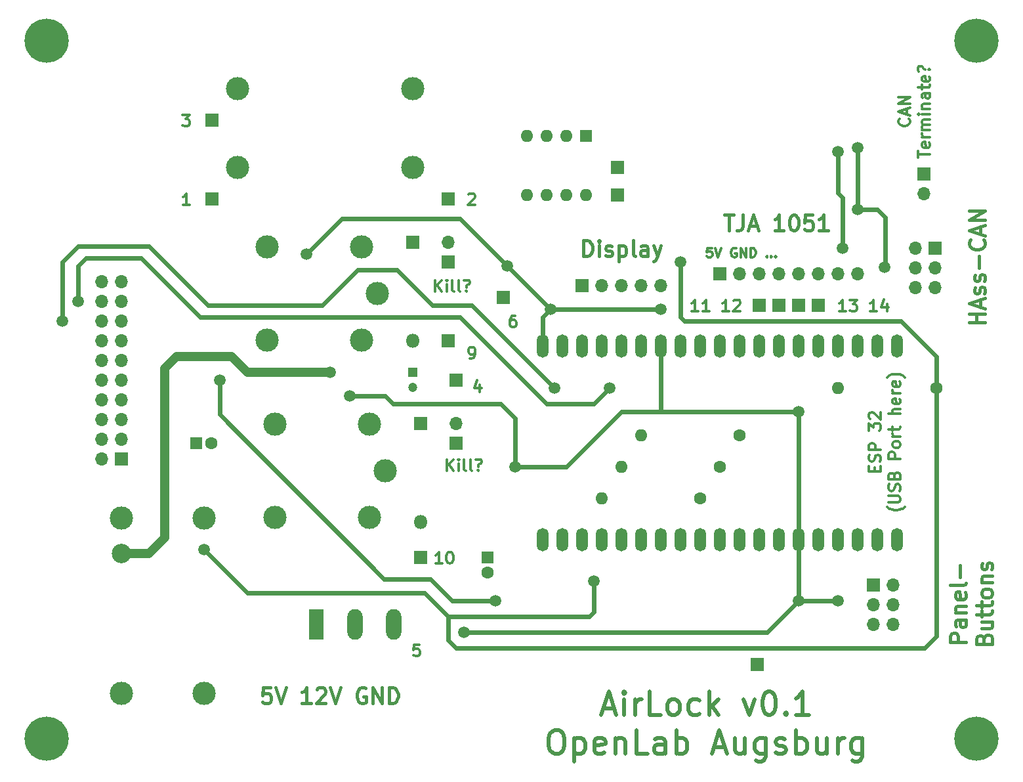
<source format=gbr>
%TF.GenerationSoftware,KiCad,Pcbnew,(5.1.12-1-10_14)*%
%TF.CreationDate,2023-02-10T09:11:58+01:00*%
%TF.ProjectId,Airlock-Mainboard,4169726c-6f63-46b2-9d4d-61696e626f61,rev?*%
%TF.SameCoordinates,Original*%
%TF.FileFunction,Copper,L1,Top*%
%TF.FilePolarity,Positive*%
%FSLAX46Y46*%
G04 Gerber Fmt 4.6, Leading zero omitted, Abs format (unit mm)*
G04 Created by KiCad (PCBNEW (5.1.12-1-10_14)) date 2023-02-10 09:11:58*
%MOMM*%
%LPD*%
G01*
G04 APERTURE LIST*
%TA.AperFunction,NonConductor*%
%ADD10C,0.300000*%
%TD*%
%TA.AperFunction,NonConductor*%
%ADD11C,0.400000*%
%TD*%
%TA.AperFunction,NonConductor*%
%ADD12C,0.500000*%
%TD*%
%TA.AperFunction,ConnectorPad*%
%ADD13C,5.700000*%
%TD*%
%TA.AperFunction,ComponentPad*%
%ADD14C,3.600000*%
%TD*%
%TA.AperFunction,ComponentPad*%
%ADD15R,1.600000X1.600000*%
%TD*%
%TA.AperFunction,ComponentPad*%
%ADD16C,1.600000*%
%TD*%
%TA.AperFunction,ComponentPad*%
%ADD17R,1.200000X1.200000*%
%TD*%
%TA.AperFunction,ComponentPad*%
%ADD18C,1.200000*%
%TD*%
%TA.AperFunction,ComponentPad*%
%ADD19R,1.800000X1.800000*%
%TD*%
%TA.AperFunction,ComponentPad*%
%ADD20O,1.800000X1.800000*%
%TD*%
%TA.AperFunction,ComponentPad*%
%ADD21C,3.000000*%
%TD*%
%TA.AperFunction,ComponentPad*%
%ADD22R,1.980000X3.960000*%
%TD*%
%TA.AperFunction,ComponentPad*%
%ADD23O,1.980000X3.960000*%
%TD*%
%TA.AperFunction,ComponentPad*%
%ADD24R,1.700000X1.700000*%
%TD*%
%TA.AperFunction,ComponentPad*%
%ADD25O,1.700000X1.700000*%
%TD*%
%TA.AperFunction,ComponentPad*%
%ADD26O,1.600000X1.600000*%
%TD*%
%TA.AperFunction,ComponentPad*%
%ADD27O,1.500000X3.000000*%
%TD*%
%TA.AperFunction,ViaPad*%
%ADD28C,1.500000*%
%TD*%
%TA.AperFunction,ViaPad*%
%ADD29C,2.500000*%
%TD*%
%TA.AperFunction,Conductor*%
%ADD30C,0.600000*%
%TD*%
%TA.AperFunction,Conductor*%
%ADD31C,1.200000*%
%TD*%
G04 APERTURE END LIST*
D10*
X176298714Y-55066285D02*
X176370142Y-55137714D01*
X176441571Y-55352000D01*
X176441571Y-55494857D01*
X176370142Y-55709142D01*
X176227285Y-55852000D01*
X176084428Y-55923428D01*
X175798714Y-55994857D01*
X175584428Y-55994857D01*
X175298714Y-55923428D01*
X175155857Y-55852000D01*
X175013000Y-55709142D01*
X174941571Y-55494857D01*
X174941571Y-55352000D01*
X175013000Y-55137714D01*
X175084428Y-55066285D01*
X176013000Y-54494857D02*
X176013000Y-53780571D01*
X176441571Y-54637714D02*
X174941571Y-54137714D01*
X176441571Y-53637714D01*
X176441571Y-53137714D02*
X174941571Y-53137714D01*
X176441571Y-52280571D01*
X174941571Y-52280571D01*
X177491571Y-60066285D02*
X177491571Y-59209142D01*
X178991571Y-59637714D02*
X177491571Y-59637714D01*
X178920142Y-58137714D02*
X178991571Y-58280571D01*
X178991571Y-58566285D01*
X178920142Y-58709142D01*
X178777285Y-58780571D01*
X178205857Y-58780571D01*
X178063000Y-58709142D01*
X177991571Y-58566285D01*
X177991571Y-58280571D01*
X178063000Y-58137714D01*
X178205857Y-58066285D01*
X178348714Y-58066285D01*
X178491571Y-58780571D01*
X178991571Y-57423428D02*
X177991571Y-57423428D01*
X178277285Y-57423428D02*
X178134428Y-57352000D01*
X178063000Y-57280571D01*
X177991571Y-57137714D01*
X177991571Y-56994857D01*
X178991571Y-56494857D02*
X177991571Y-56494857D01*
X178134428Y-56494857D02*
X178063000Y-56423428D01*
X177991571Y-56280571D01*
X177991571Y-56066285D01*
X178063000Y-55923428D01*
X178205857Y-55852000D01*
X178991571Y-55852000D01*
X178205857Y-55852000D02*
X178063000Y-55780571D01*
X177991571Y-55637714D01*
X177991571Y-55423428D01*
X178063000Y-55280571D01*
X178205857Y-55209142D01*
X178991571Y-55209142D01*
X178991571Y-54494857D02*
X177991571Y-54494857D01*
X177491571Y-54494857D02*
X177563000Y-54566285D01*
X177634428Y-54494857D01*
X177563000Y-54423428D01*
X177491571Y-54494857D01*
X177634428Y-54494857D01*
X177991571Y-53780571D02*
X178991571Y-53780571D01*
X178134428Y-53780571D02*
X178063000Y-53709142D01*
X177991571Y-53566285D01*
X177991571Y-53352000D01*
X178063000Y-53209142D01*
X178205857Y-53137714D01*
X178991571Y-53137714D01*
X178991571Y-51780571D02*
X178205857Y-51780571D01*
X178063000Y-51852000D01*
X177991571Y-51994857D01*
X177991571Y-52280571D01*
X178063000Y-52423428D01*
X178920142Y-51780571D02*
X178991571Y-51923428D01*
X178991571Y-52280571D01*
X178920142Y-52423428D01*
X178777285Y-52494857D01*
X178634428Y-52494857D01*
X178491571Y-52423428D01*
X178420142Y-52280571D01*
X178420142Y-51923428D01*
X178348714Y-51780571D01*
X177991571Y-51280571D02*
X177991571Y-50709142D01*
X177491571Y-51066285D02*
X178777285Y-51066285D01*
X178920142Y-50994857D01*
X178991571Y-50852000D01*
X178991571Y-50709142D01*
X178920142Y-49637714D02*
X178991571Y-49780571D01*
X178991571Y-50066285D01*
X178920142Y-50209142D01*
X178777285Y-50280571D01*
X178205857Y-50280571D01*
X178063000Y-50209142D01*
X177991571Y-50066285D01*
X177991571Y-49780571D01*
X178063000Y-49637714D01*
X178205857Y-49566285D01*
X178348714Y-49566285D01*
X178491571Y-50280571D01*
X178848714Y-48709142D02*
X178920142Y-48637714D01*
X178991571Y-48709142D01*
X178920142Y-48780571D01*
X178848714Y-48709142D01*
X178991571Y-48709142D01*
X177563000Y-48994857D02*
X177491571Y-48852000D01*
X177491571Y-48494857D01*
X177563000Y-48352000D01*
X177705857Y-48280571D01*
X177848714Y-48280571D01*
X177991571Y-48352000D01*
X178063000Y-48423428D01*
X178134428Y-48566285D01*
X178205857Y-48637714D01*
X178348714Y-48709142D01*
X178420142Y-48709142D01*
X116693428Y-100500571D02*
X116693428Y-99000571D01*
X117550571Y-100500571D02*
X116907714Y-99643428D01*
X117550571Y-99000571D02*
X116693428Y-99857714D01*
X118193428Y-100500571D02*
X118193428Y-99500571D01*
X118193428Y-99000571D02*
X118122000Y-99072000D01*
X118193428Y-99143428D01*
X118264857Y-99072000D01*
X118193428Y-99000571D01*
X118193428Y-99143428D01*
X119122000Y-100500571D02*
X118979142Y-100429142D01*
X118907714Y-100286285D01*
X118907714Y-99000571D01*
X119907714Y-100500571D02*
X119764857Y-100429142D01*
X119693428Y-100286285D01*
X119693428Y-99000571D01*
X120693428Y-100357714D02*
X120764857Y-100429142D01*
X120693428Y-100500571D01*
X120622000Y-100429142D01*
X120693428Y-100357714D01*
X120693428Y-100500571D01*
X120407714Y-99072000D02*
X120550571Y-99000571D01*
X120907714Y-99000571D01*
X121050571Y-99072000D01*
X121122000Y-99214857D01*
X121122000Y-99357714D01*
X121050571Y-99500571D01*
X120979142Y-99572000D01*
X120836285Y-99643428D01*
X120764857Y-99714857D01*
X120693428Y-99857714D01*
X120693428Y-99929142D01*
X115169428Y-77386571D02*
X115169428Y-75886571D01*
X116026571Y-77386571D02*
X115383714Y-76529428D01*
X116026571Y-75886571D02*
X115169428Y-76743714D01*
X116669428Y-77386571D02*
X116669428Y-76386571D01*
X116669428Y-75886571D02*
X116598000Y-75958000D01*
X116669428Y-76029428D01*
X116740857Y-75958000D01*
X116669428Y-75886571D01*
X116669428Y-76029428D01*
X117598000Y-77386571D02*
X117455142Y-77315142D01*
X117383714Y-77172285D01*
X117383714Y-75886571D01*
X118383714Y-77386571D02*
X118240857Y-77315142D01*
X118169428Y-77172285D01*
X118169428Y-75886571D01*
X119169428Y-77243714D02*
X119240857Y-77315142D01*
X119169428Y-77386571D01*
X119098000Y-77315142D01*
X119169428Y-77243714D01*
X119169428Y-77386571D01*
X118883714Y-75958000D02*
X119026571Y-75886571D01*
X119383714Y-75886571D01*
X119526571Y-75958000D01*
X119598000Y-76100857D01*
X119598000Y-76243714D01*
X119526571Y-76386571D01*
X119455142Y-76458000D01*
X119312285Y-76529428D01*
X119240857Y-76600857D01*
X119169428Y-76743714D01*
X119169428Y-76815142D01*
X171845857Y-100559714D02*
X171845857Y-100059714D01*
X172631571Y-99845428D02*
X172631571Y-100559714D01*
X171131571Y-100559714D01*
X171131571Y-99845428D01*
X172560142Y-99274000D02*
X172631571Y-99059714D01*
X172631571Y-98702571D01*
X172560142Y-98559714D01*
X172488714Y-98488285D01*
X172345857Y-98416857D01*
X172203000Y-98416857D01*
X172060142Y-98488285D01*
X171988714Y-98559714D01*
X171917285Y-98702571D01*
X171845857Y-98988285D01*
X171774428Y-99131142D01*
X171703000Y-99202571D01*
X171560142Y-99274000D01*
X171417285Y-99274000D01*
X171274428Y-99202571D01*
X171203000Y-99131142D01*
X171131571Y-98988285D01*
X171131571Y-98631142D01*
X171203000Y-98416857D01*
X172631571Y-97774000D02*
X171131571Y-97774000D01*
X171131571Y-97202571D01*
X171203000Y-97059714D01*
X171274428Y-96988285D01*
X171417285Y-96916857D01*
X171631571Y-96916857D01*
X171774428Y-96988285D01*
X171845857Y-97059714D01*
X171917285Y-97202571D01*
X171917285Y-97774000D01*
X171131571Y-95274000D02*
X171131571Y-94345428D01*
X171703000Y-94845428D01*
X171703000Y-94631142D01*
X171774428Y-94488285D01*
X171845857Y-94416857D01*
X171988714Y-94345428D01*
X172345857Y-94345428D01*
X172488714Y-94416857D01*
X172560142Y-94488285D01*
X172631571Y-94631142D01*
X172631571Y-95059714D01*
X172560142Y-95202571D01*
X172488714Y-95274000D01*
X171274428Y-93774000D02*
X171203000Y-93702571D01*
X171131571Y-93559714D01*
X171131571Y-93202571D01*
X171203000Y-93059714D01*
X171274428Y-92988285D01*
X171417285Y-92916857D01*
X171560142Y-92916857D01*
X171774428Y-92988285D01*
X172631571Y-93845428D01*
X172631571Y-92916857D01*
X175753000Y-105131142D02*
X175681571Y-105202571D01*
X175467285Y-105345428D01*
X175324428Y-105416857D01*
X175110142Y-105488285D01*
X174753000Y-105559714D01*
X174467285Y-105559714D01*
X174110142Y-105488285D01*
X173895857Y-105416857D01*
X173753000Y-105345428D01*
X173538714Y-105202571D01*
X173467285Y-105131142D01*
X173681571Y-104559714D02*
X174895857Y-104559714D01*
X175038714Y-104488285D01*
X175110142Y-104416857D01*
X175181571Y-104274000D01*
X175181571Y-103988285D01*
X175110142Y-103845428D01*
X175038714Y-103774000D01*
X174895857Y-103702571D01*
X173681571Y-103702571D01*
X175110142Y-103059714D02*
X175181571Y-102845428D01*
X175181571Y-102488285D01*
X175110142Y-102345428D01*
X175038714Y-102274000D01*
X174895857Y-102202571D01*
X174753000Y-102202571D01*
X174610142Y-102274000D01*
X174538714Y-102345428D01*
X174467285Y-102488285D01*
X174395857Y-102774000D01*
X174324428Y-102916857D01*
X174253000Y-102988285D01*
X174110142Y-103059714D01*
X173967285Y-103059714D01*
X173824428Y-102988285D01*
X173753000Y-102916857D01*
X173681571Y-102774000D01*
X173681571Y-102416857D01*
X173753000Y-102202571D01*
X174395857Y-101059714D02*
X174467285Y-100845428D01*
X174538714Y-100774000D01*
X174681571Y-100702571D01*
X174895857Y-100702571D01*
X175038714Y-100774000D01*
X175110142Y-100845428D01*
X175181571Y-100988285D01*
X175181571Y-101559714D01*
X173681571Y-101559714D01*
X173681571Y-101059714D01*
X173753000Y-100916857D01*
X173824428Y-100845428D01*
X173967285Y-100774000D01*
X174110142Y-100774000D01*
X174253000Y-100845428D01*
X174324428Y-100916857D01*
X174395857Y-101059714D01*
X174395857Y-101559714D01*
X175181571Y-98916857D02*
X173681571Y-98916857D01*
X173681571Y-98345428D01*
X173753000Y-98202571D01*
X173824428Y-98131142D01*
X173967285Y-98059714D01*
X174181571Y-98059714D01*
X174324428Y-98131142D01*
X174395857Y-98202571D01*
X174467285Y-98345428D01*
X174467285Y-98916857D01*
X175181571Y-97202571D02*
X175110142Y-97345428D01*
X175038714Y-97416857D01*
X174895857Y-97488285D01*
X174467285Y-97488285D01*
X174324428Y-97416857D01*
X174253000Y-97345428D01*
X174181571Y-97202571D01*
X174181571Y-96988285D01*
X174253000Y-96845428D01*
X174324428Y-96774000D01*
X174467285Y-96702571D01*
X174895857Y-96702571D01*
X175038714Y-96774000D01*
X175110142Y-96845428D01*
X175181571Y-96988285D01*
X175181571Y-97202571D01*
X175181571Y-96059714D02*
X174181571Y-96059714D01*
X174467285Y-96059714D02*
X174324428Y-95988285D01*
X174253000Y-95916857D01*
X174181571Y-95774000D01*
X174181571Y-95631142D01*
X174181571Y-95345428D02*
X174181571Y-94774000D01*
X173681571Y-95131142D02*
X174967285Y-95131142D01*
X175110142Y-95059714D01*
X175181571Y-94916857D01*
X175181571Y-94774000D01*
X175181571Y-93131142D02*
X173681571Y-93131142D01*
X175181571Y-92488285D02*
X174395857Y-92488285D01*
X174253000Y-92559714D01*
X174181571Y-92702571D01*
X174181571Y-92916857D01*
X174253000Y-93059714D01*
X174324428Y-93131142D01*
X175110142Y-91202571D02*
X175181571Y-91345428D01*
X175181571Y-91631142D01*
X175110142Y-91774000D01*
X174967285Y-91845428D01*
X174395857Y-91845428D01*
X174253000Y-91774000D01*
X174181571Y-91631142D01*
X174181571Y-91345428D01*
X174253000Y-91202571D01*
X174395857Y-91131142D01*
X174538714Y-91131142D01*
X174681571Y-91845428D01*
X175181571Y-90488285D02*
X174181571Y-90488285D01*
X174467285Y-90488285D02*
X174324428Y-90416857D01*
X174253000Y-90345428D01*
X174181571Y-90202571D01*
X174181571Y-90059714D01*
X175110142Y-88988285D02*
X175181571Y-89131142D01*
X175181571Y-89416857D01*
X175110142Y-89559714D01*
X174967285Y-89631142D01*
X174395857Y-89631142D01*
X174253000Y-89559714D01*
X174181571Y-89416857D01*
X174181571Y-89131142D01*
X174253000Y-88988285D01*
X174395857Y-88916857D01*
X174538714Y-88916857D01*
X174681571Y-89631142D01*
X175753000Y-88416857D02*
X175681571Y-88345428D01*
X175467285Y-88202571D01*
X175324428Y-88131142D01*
X175110142Y-88059714D01*
X174753000Y-87988285D01*
X174467285Y-87988285D01*
X174110142Y-88059714D01*
X173895857Y-88131142D01*
X173753000Y-88202571D01*
X173538714Y-88345428D01*
X173467285Y-88416857D01*
X113133142Y-122876571D02*
X112418857Y-122876571D01*
X112347428Y-123590857D01*
X112418857Y-123519428D01*
X112561714Y-123448000D01*
X112918857Y-123448000D01*
X113061714Y-123519428D01*
X113133142Y-123590857D01*
X113204571Y-123733714D01*
X113204571Y-124090857D01*
X113133142Y-124233714D01*
X113061714Y-124305142D01*
X112918857Y-124376571D01*
X112561714Y-124376571D01*
X112418857Y-124305142D01*
X112347428Y-124233714D01*
X116046285Y-112438571D02*
X115189142Y-112438571D01*
X115617714Y-112438571D02*
X115617714Y-110938571D01*
X115474857Y-111152857D01*
X115332000Y-111295714D01*
X115189142Y-111367142D01*
X116974857Y-110938571D02*
X117117714Y-110938571D01*
X117260571Y-111010000D01*
X117332000Y-111081428D01*
X117403428Y-111224285D01*
X117474857Y-111510000D01*
X117474857Y-111867142D01*
X117403428Y-112152857D01*
X117332000Y-112295714D01*
X117260571Y-112367142D01*
X117117714Y-112438571D01*
X116974857Y-112438571D01*
X116832000Y-112367142D01*
X116760571Y-112295714D01*
X116689142Y-112152857D01*
X116617714Y-111867142D01*
X116617714Y-111510000D01*
X116689142Y-111224285D01*
X116760571Y-111081428D01*
X116832000Y-111010000D01*
X116974857Y-110938571D01*
X119459428Y-64853428D02*
X119530857Y-64782000D01*
X119673714Y-64710571D01*
X120030857Y-64710571D01*
X120173714Y-64782000D01*
X120245142Y-64853428D01*
X120316571Y-64996285D01*
X120316571Y-65139142D01*
X120245142Y-65353428D01*
X119388000Y-66210571D01*
X120316571Y-66210571D01*
X125507714Y-80458571D02*
X125222000Y-80458571D01*
X125079142Y-80530000D01*
X125007714Y-80601428D01*
X124864857Y-80815714D01*
X124793428Y-81101428D01*
X124793428Y-81672857D01*
X124864857Y-81815714D01*
X124936285Y-81887142D01*
X125079142Y-81958571D01*
X125364857Y-81958571D01*
X125507714Y-81887142D01*
X125579142Y-81815714D01*
X125650571Y-81672857D01*
X125650571Y-81315714D01*
X125579142Y-81172857D01*
X125507714Y-81101428D01*
X125364857Y-81030000D01*
X125079142Y-81030000D01*
X124936285Y-81101428D01*
X124864857Y-81172857D01*
X124793428Y-81315714D01*
X168148285Y-79926571D02*
X167291142Y-79926571D01*
X167719714Y-79926571D02*
X167719714Y-78426571D01*
X167576857Y-78640857D01*
X167434000Y-78783714D01*
X167291142Y-78855142D01*
X168648285Y-78426571D02*
X169576857Y-78426571D01*
X169076857Y-78998000D01*
X169291142Y-78998000D01*
X169434000Y-79069428D01*
X169505428Y-79140857D01*
X169576857Y-79283714D01*
X169576857Y-79640857D01*
X169505428Y-79783714D01*
X169434000Y-79855142D01*
X169291142Y-79926571D01*
X168862571Y-79926571D01*
X168719714Y-79855142D01*
X168648285Y-79783714D01*
X172148285Y-79926571D02*
X171291142Y-79926571D01*
X171719714Y-79926571D02*
X171719714Y-78426571D01*
X171576857Y-78640857D01*
X171434000Y-78783714D01*
X171291142Y-78855142D01*
X173434000Y-78926571D02*
X173434000Y-79926571D01*
X173076857Y-78355142D02*
X172719714Y-79426571D01*
X173648285Y-79426571D01*
X149098285Y-79926571D02*
X148241142Y-79926571D01*
X148669714Y-79926571D02*
X148669714Y-78426571D01*
X148526857Y-78640857D01*
X148384000Y-78783714D01*
X148241142Y-78855142D01*
X150526857Y-79926571D02*
X149669714Y-79926571D01*
X150098285Y-79926571D02*
X150098285Y-78426571D01*
X149955428Y-78640857D01*
X149812571Y-78783714D01*
X149669714Y-78855142D01*
X153098285Y-79926571D02*
X152241142Y-79926571D01*
X152669714Y-79926571D02*
X152669714Y-78426571D01*
X152526857Y-78640857D01*
X152384000Y-78783714D01*
X152241142Y-78855142D01*
X153669714Y-78569428D02*
X153741142Y-78498000D01*
X153884000Y-78426571D01*
X154241142Y-78426571D01*
X154384000Y-78498000D01*
X154455428Y-78569428D01*
X154526857Y-78712285D01*
X154526857Y-78855142D01*
X154455428Y-79069428D01*
X153598285Y-79926571D01*
X154526857Y-79926571D01*
X82558000Y-54550571D02*
X83486571Y-54550571D01*
X82986571Y-55122000D01*
X83200857Y-55122000D01*
X83343714Y-55193428D01*
X83415142Y-55264857D01*
X83486571Y-55407714D01*
X83486571Y-55764857D01*
X83415142Y-55907714D01*
X83343714Y-55979142D01*
X83200857Y-56050571D01*
X82772285Y-56050571D01*
X82629428Y-55979142D01*
X82558000Y-55907714D01*
X83486571Y-66210571D02*
X82629428Y-66210571D01*
X83058000Y-66210571D02*
X83058000Y-64710571D01*
X82915142Y-64924857D01*
X82772285Y-65067714D01*
X82629428Y-65139142D01*
X119602285Y-86022571D02*
X119888000Y-86022571D01*
X120030857Y-85951142D01*
X120102285Y-85879714D01*
X120245142Y-85665428D01*
X120316571Y-85379714D01*
X120316571Y-84808285D01*
X120245142Y-84665428D01*
X120173714Y-84594000D01*
X120030857Y-84522571D01*
X119745142Y-84522571D01*
X119602285Y-84594000D01*
X119530857Y-84665428D01*
X119459428Y-84808285D01*
X119459428Y-85165428D01*
X119530857Y-85308285D01*
X119602285Y-85379714D01*
X119745142Y-85451142D01*
X120030857Y-85451142D01*
X120173714Y-85379714D01*
X120245142Y-85308285D01*
X120316571Y-85165428D01*
X120935714Y-89340571D02*
X120935714Y-90340571D01*
X120578571Y-88769142D02*
X120221428Y-89840571D01*
X121150000Y-89840571D01*
X150857428Y-71732857D02*
X150286000Y-71732857D01*
X150228857Y-72304285D01*
X150286000Y-72247142D01*
X150400285Y-72190000D01*
X150686000Y-72190000D01*
X150800285Y-72247142D01*
X150857428Y-72304285D01*
X150914571Y-72418571D01*
X150914571Y-72704285D01*
X150857428Y-72818571D01*
X150800285Y-72875714D01*
X150686000Y-72932857D01*
X150400285Y-72932857D01*
X150286000Y-72875714D01*
X150228857Y-72818571D01*
X151257428Y-71732857D02*
X151657428Y-72932857D01*
X152057428Y-71732857D01*
X154000285Y-71790000D02*
X153886000Y-71732857D01*
X153714571Y-71732857D01*
X153543142Y-71790000D01*
X153428857Y-71904285D01*
X153371714Y-72018571D01*
X153314571Y-72247142D01*
X153314571Y-72418571D01*
X153371714Y-72647142D01*
X153428857Y-72761428D01*
X153543142Y-72875714D01*
X153714571Y-72932857D01*
X153828857Y-72932857D01*
X154000285Y-72875714D01*
X154057428Y-72818571D01*
X154057428Y-72418571D01*
X153828857Y-72418571D01*
X154571714Y-72932857D02*
X154571714Y-71732857D01*
X155257428Y-72932857D01*
X155257428Y-71732857D01*
X155828857Y-72932857D02*
X155828857Y-71732857D01*
X156114571Y-71732857D01*
X156286000Y-71790000D01*
X156400285Y-71904285D01*
X156457428Y-72018571D01*
X156514571Y-72247142D01*
X156514571Y-72418571D01*
X156457428Y-72647142D01*
X156400285Y-72761428D01*
X156286000Y-72875714D01*
X156114571Y-72932857D01*
X155828857Y-72932857D01*
X157943142Y-72818571D02*
X158000285Y-72875714D01*
X157943142Y-72932857D01*
X157886000Y-72875714D01*
X157943142Y-72818571D01*
X157943142Y-72932857D01*
X158514571Y-72818571D02*
X158571714Y-72875714D01*
X158514571Y-72932857D01*
X158457428Y-72875714D01*
X158514571Y-72818571D01*
X158514571Y-72932857D01*
X159086000Y-72818571D02*
X159143142Y-72875714D01*
X159086000Y-72932857D01*
X159028857Y-72875714D01*
X159086000Y-72818571D01*
X159086000Y-72932857D01*
D11*
X134287238Y-72786761D02*
X134287238Y-70786761D01*
X134763428Y-70786761D01*
X135049142Y-70882000D01*
X135239619Y-71072476D01*
X135334857Y-71262952D01*
X135430095Y-71643904D01*
X135430095Y-71929619D01*
X135334857Y-72310571D01*
X135239619Y-72501047D01*
X135049142Y-72691523D01*
X134763428Y-72786761D01*
X134287238Y-72786761D01*
X136287238Y-72786761D02*
X136287238Y-71453428D01*
X136287238Y-70786761D02*
X136192000Y-70882000D01*
X136287238Y-70977238D01*
X136382476Y-70882000D01*
X136287238Y-70786761D01*
X136287238Y-70977238D01*
X137144380Y-72691523D02*
X137334857Y-72786761D01*
X137715809Y-72786761D01*
X137906285Y-72691523D01*
X138001523Y-72501047D01*
X138001523Y-72405809D01*
X137906285Y-72215333D01*
X137715809Y-72120095D01*
X137430095Y-72120095D01*
X137239619Y-72024857D01*
X137144380Y-71834380D01*
X137144380Y-71739142D01*
X137239619Y-71548666D01*
X137430095Y-71453428D01*
X137715809Y-71453428D01*
X137906285Y-71548666D01*
X138858666Y-71453428D02*
X138858666Y-73453428D01*
X138858666Y-71548666D02*
X139049142Y-71453428D01*
X139430095Y-71453428D01*
X139620571Y-71548666D01*
X139715809Y-71643904D01*
X139811047Y-71834380D01*
X139811047Y-72405809D01*
X139715809Y-72596285D01*
X139620571Y-72691523D01*
X139430095Y-72786761D01*
X139049142Y-72786761D01*
X138858666Y-72691523D01*
X140953904Y-72786761D02*
X140763428Y-72691523D01*
X140668190Y-72501047D01*
X140668190Y-70786761D01*
X142572952Y-72786761D02*
X142572952Y-71739142D01*
X142477714Y-71548666D01*
X142287238Y-71453428D01*
X141906285Y-71453428D01*
X141715809Y-71548666D01*
X142572952Y-72691523D02*
X142382476Y-72786761D01*
X141906285Y-72786761D01*
X141715809Y-72691523D01*
X141620571Y-72501047D01*
X141620571Y-72310571D01*
X141715809Y-72120095D01*
X141906285Y-72024857D01*
X142382476Y-72024857D01*
X142572952Y-71929619D01*
X143334857Y-71453428D02*
X143811047Y-72786761D01*
X144287238Y-71453428D02*
X143811047Y-72786761D01*
X143620571Y-73262952D01*
X143525333Y-73358190D01*
X143334857Y-73453428D01*
X93885714Y-128444761D02*
X92933333Y-128444761D01*
X92838095Y-129397142D01*
X92933333Y-129301904D01*
X93123809Y-129206666D01*
X93600000Y-129206666D01*
X93790476Y-129301904D01*
X93885714Y-129397142D01*
X93980952Y-129587619D01*
X93980952Y-130063809D01*
X93885714Y-130254285D01*
X93790476Y-130349523D01*
X93600000Y-130444761D01*
X93123809Y-130444761D01*
X92933333Y-130349523D01*
X92838095Y-130254285D01*
X94552380Y-128444761D02*
X95219047Y-130444761D01*
X95885714Y-128444761D01*
X99123809Y-130444761D02*
X97980952Y-130444761D01*
X98552380Y-130444761D02*
X98552380Y-128444761D01*
X98361904Y-128730476D01*
X98171428Y-128920952D01*
X97980952Y-129016190D01*
X99885714Y-128635238D02*
X99980952Y-128540000D01*
X100171428Y-128444761D01*
X100647619Y-128444761D01*
X100838095Y-128540000D01*
X100933333Y-128635238D01*
X101028571Y-128825714D01*
X101028571Y-129016190D01*
X100933333Y-129301904D01*
X99790476Y-130444761D01*
X101028571Y-130444761D01*
X101600000Y-128444761D02*
X102266666Y-130444761D01*
X102933333Y-128444761D01*
X106171428Y-128540000D02*
X105980952Y-128444761D01*
X105695238Y-128444761D01*
X105409523Y-128540000D01*
X105219047Y-128730476D01*
X105123809Y-128920952D01*
X105028571Y-129301904D01*
X105028571Y-129587619D01*
X105123809Y-129968571D01*
X105219047Y-130159047D01*
X105409523Y-130349523D01*
X105695238Y-130444761D01*
X105885714Y-130444761D01*
X106171428Y-130349523D01*
X106266666Y-130254285D01*
X106266666Y-129587619D01*
X105885714Y-129587619D01*
X107123809Y-130444761D02*
X107123809Y-128444761D01*
X108266666Y-130444761D01*
X108266666Y-128444761D01*
X109219047Y-130444761D02*
X109219047Y-128444761D01*
X109695238Y-128444761D01*
X109980952Y-128540000D01*
X110171428Y-128730476D01*
X110266666Y-128920952D01*
X110361904Y-129301904D01*
X110361904Y-129587619D01*
X110266666Y-129968571D01*
X110171428Y-130159047D01*
X109980952Y-130349523D01*
X109695238Y-130444761D01*
X109219047Y-130444761D01*
X183608761Y-122554380D02*
X181608761Y-122554380D01*
X181608761Y-121792476D01*
X181704000Y-121602000D01*
X181799238Y-121506761D01*
X181989714Y-121411523D01*
X182275428Y-121411523D01*
X182465904Y-121506761D01*
X182561142Y-121602000D01*
X182656380Y-121792476D01*
X182656380Y-122554380D01*
X183608761Y-119697238D02*
X182561142Y-119697238D01*
X182370666Y-119792476D01*
X182275428Y-119982952D01*
X182275428Y-120363904D01*
X182370666Y-120554380D01*
X183513523Y-119697238D02*
X183608761Y-119887714D01*
X183608761Y-120363904D01*
X183513523Y-120554380D01*
X183323047Y-120649619D01*
X183132571Y-120649619D01*
X182942095Y-120554380D01*
X182846857Y-120363904D01*
X182846857Y-119887714D01*
X182751619Y-119697238D01*
X182275428Y-118744857D02*
X183608761Y-118744857D01*
X182465904Y-118744857D02*
X182370666Y-118649619D01*
X182275428Y-118459142D01*
X182275428Y-118173428D01*
X182370666Y-117982952D01*
X182561142Y-117887714D01*
X183608761Y-117887714D01*
X183513523Y-116173428D02*
X183608761Y-116363904D01*
X183608761Y-116744857D01*
X183513523Y-116935333D01*
X183323047Y-117030571D01*
X182561142Y-117030571D01*
X182370666Y-116935333D01*
X182275428Y-116744857D01*
X182275428Y-116363904D01*
X182370666Y-116173428D01*
X182561142Y-116078190D01*
X182751619Y-116078190D01*
X182942095Y-117030571D01*
X183608761Y-114935333D02*
X183513523Y-115125809D01*
X183323047Y-115221047D01*
X181608761Y-115221047D01*
X182846857Y-114173428D02*
X182846857Y-112649619D01*
X185961142Y-122125809D02*
X186056380Y-121840095D01*
X186151619Y-121744857D01*
X186342095Y-121649619D01*
X186627809Y-121649619D01*
X186818285Y-121744857D01*
X186913523Y-121840095D01*
X187008761Y-122030571D01*
X187008761Y-122792476D01*
X185008761Y-122792476D01*
X185008761Y-122125809D01*
X185104000Y-121935333D01*
X185199238Y-121840095D01*
X185389714Y-121744857D01*
X185580190Y-121744857D01*
X185770666Y-121840095D01*
X185865904Y-121935333D01*
X185961142Y-122125809D01*
X185961142Y-122792476D01*
X185675428Y-119935333D02*
X187008761Y-119935333D01*
X185675428Y-120792476D02*
X186723047Y-120792476D01*
X186913523Y-120697238D01*
X187008761Y-120506761D01*
X187008761Y-120221047D01*
X186913523Y-120030571D01*
X186818285Y-119935333D01*
X185675428Y-119268666D02*
X185675428Y-118506761D01*
X185008761Y-118982952D02*
X186723047Y-118982952D01*
X186913523Y-118887714D01*
X187008761Y-118697238D01*
X187008761Y-118506761D01*
X185675428Y-118125809D02*
X185675428Y-117363904D01*
X185008761Y-117840095D02*
X186723047Y-117840095D01*
X186913523Y-117744857D01*
X187008761Y-117554380D01*
X187008761Y-117363904D01*
X187008761Y-116411523D02*
X186913523Y-116602000D01*
X186818285Y-116697238D01*
X186627809Y-116792476D01*
X186056380Y-116792476D01*
X185865904Y-116697238D01*
X185770666Y-116602000D01*
X185675428Y-116411523D01*
X185675428Y-116125809D01*
X185770666Y-115935333D01*
X185865904Y-115840095D01*
X186056380Y-115744857D01*
X186627809Y-115744857D01*
X186818285Y-115840095D01*
X186913523Y-115935333D01*
X187008761Y-116125809D01*
X187008761Y-116411523D01*
X185675428Y-114887714D02*
X187008761Y-114887714D01*
X185865904Y-114887714D02*
X185770666Y-114792476D01*
X185675428Y-114602000D01*
X185675428Y-114316285D01*
X185770666Y-114125809D01*
X185961142Y-114030571D01*
X187008761Y-114030571D01*
X186913523Y-113173428D02*
X187008761Y-112982952D01*
X187008761Y-112602000D01*
X186913523Y-112411523D01*
X186723047Y-112316285D01*
X186627809Y-112316285D01*
X186437333Y-112411523D01*
X186342095Y-112602000D01*
X186342095Y-112887714D01*
X186246857Y-113078190D01*
X186056380Y-113173428D01*
X185961142Y-113173428D01*
X185770666Y-113078190D01*
X185675428Y-112887714D01*
X185675428Y-112602000D01*
X185770666Y-112411523D01*
X152496095Y-67484761D02*
X153638952Y-67484761D01*
X153067523Y-69484761D02*
X153067523Y-67484761D01*
X154877047Y-67484761D02*
X154877047Y-68913333D01*
X154781809Y-69199047D01*
X154591333Y-69389523D01*
X154305619Y-69484761D01*
X154115142Y-69484761D01*
X155734190Y-68913333D02*
X156686571Y-68913333D01*
X155543714Y-69484761D02*
X156210380Y-67484761D01*
X156877047Y-69484761D01*
X160115142Y-69484761D02*
X158972285Y-69484761D01*
X159543714Y-69484761D02*
X159543714Y-67484761D01*
X159353238Y-67770476D01*
X159162761Y-67960952D01*
X158972285Y-68056190D01*
X161353238Y-67484761D02*
X161543714Y-67484761D01*
X161734190Y-67580000D01*
X161829428Y-67675238D01*
X161924666Y-67865714D01*
X162019904Y-68246666D01*
X162019904Y-68722857D01*
X161924666Y-69103809D01*
X161829428Y-69294285D01*
X161734190Y-69389523D01*
X161543714Y-69484761D01*
X161353238Y-69484761D01*
X161162761Y-69389523D01*
X161067523Y-69294285D01*
X160972285Y-69103809D01*
X160877047Y-68722857D01*
X160877047Y-68246666D01*
X160972285Y-67865714D01*
X161067523Y-67675238D01*
X161162761Y-67580000D01*
X161353238Y-67484761D01*
X163829428Y-67484761D02*
X162877047Y-67484761D01*
X162781809Y-68437142D01*
X162877047Y-68341904D01*
X163067523Y-68246666D01*
X163543714Y-68246666D01*
X163734190Y-68341904D01*
X163829428Y-68437142D01*
X163924666Y-68627619D01*
X163924666Y-69103809D01*
X163829428Y-69294285D01*
X163734190Y-69389523D01*
X163543714Y-69484761D01*
X163067523Y-69484761D01*
X162877047Y-69389523D01*
X162781809Y-69294285D01*
X165829428Y-69484761D02*
X164686571Y-69484761D01*
X165258000Y-69484761D02*
X165258000Y-67484761D01*
X165067523Y-67770476D01*
X164877047Y-67960952D01*
X164686571Y-68056190D01*
X186070761Y-81358476D02*
X184070761Y-81358476D01*
X185023142Y-81358476D02*
X185023142Y-80215619D01*
X186070761Y-80215619D02*
X184070761Y-80215619D01*
X185499333Y-79358476D02*
X185499333Y-78406095D01*
X186070761Y-79548952D02*
X184070761Y-78882285D01*
X186070761Y-78215619D01*
X185975523Y-77644190D02*
X186070761Y-77453714D01*
X186070761Y-77072761D01*
X185975523Y-76882285D01*
X185785047Y-76787047D01*
X185689809Y-76787047D01*
X185499333Y-76882285D01*
X185404095Y-77072761D01*
X185404095Y-77358476D01*
X185308857Y-77548952D01*
X185118380Y-77644190D01*
X185023142Y-77644190D01*
X184832666Y-77548952D01*
X184737428Y-77358476D01*
X184737428Y-77072761D01*
X184832666Y-76882285D01*
X185975523Y-76025142D02*
X186070761Y-75834666D01*
X186070761Y-75453714D01*
X185975523Y-75263238D01*
X185785047Y-75168000D01*
X185689809Y-75168000D01*
X185499333Y-75263238D01*
X185404095Y-75453714D01*
X185404095Y-75739428D01*
X185308857Y-75929904D01*
X185118380Y-76025142D01*
X185023142Y-76025142D01*
X184832666Y-75929904D01*
X184737428Y-75739428D01*
X184737428Y-75453714D01*
X184832666Y-75263238D01*
X185308857Y-74310857D02*
X185308857Y-72787047D01*
X185880285Y-70691809D02*
X185975523Y-70787047D01*
X186070761Y-71072761D01*
X186070761Y-71263238D01*
X185975523Y-71548952D01*
X185785047Y-71739428D01*
X185594571Y-71834666D01*
X185213619Y-71929904D01*
X184927904Y-71929904D01*
X184546952Y-71834666D01*
X184356476Y-71739428D01*
X184166000Y-71548952D01*
X184070761Y-71263238D01*
X184070761Y-71072761D01*
X184166000Y-70787047D01*
X184261238Y-70691809D01*
X185499333Y-69929904D02*
X185499333Y-68977523D01*
X186070761Y-70120380D02*
X184070761Y-69453714D01*
X186070761Y-68787047D01*
X186070761Y-68120380D02*
X184070761Y-68120380D01*
X186070761Y-66977523D01*
X184070761Y-66977523D01*
D12*
X136828285Y-131096000D02*
X138256857Y-131096000D01*
X136542571Y-131953142D02*
X137542571Y-128953142D01*
X138542571Y-131953142D01*
X139542571Y-131953142D02*
X139542571Y-129953142D01*
X139542571Y-128953142D02*
X139399714Y-129096000D01*
X139542571Y-129238857D01*
X139685428Y-129096000D01*
X139542571Y-128953142D01*
X139542571Y-129238857D01*
X140971142Y-131953142D02*
X140971142Y-129953142D01*
X140971142Y-130524571D02*
X141114000Y-130238857D01*
X141256857Y-130096000D01*
X141542571Y-129953142D01*
X141828285Y-129953142D01*
X144256857Y-131953142D02*
X142828285Y-131953142D01*
X142828285Y-128953142D01*
X145685428Y-131953142D02*
X145399714Y-131810285D01*
X145256857Y-131667428D01*
X145114000Y-131381714D01*
X145114000Y-130524571D01*
X145256857Y-130238857D01*
X145399714Y-130096000D01*
X145685428Y-129953142D01*
X146114000Y-129953142D01*
X146399714Y-130096000D01*
X146542571Y-130238857D01*
X146685428Y-130524571D01*
X146685428Y-131381714D01*
X146542571Y-131667428D01*
X146399714Y-131810285D01*
X146114000Y-131953142D01*
X145685428Y-131953142D01*
X149256857Y-131810285D02*
X148971142Y-131953142D01*
X148399714Y-131953142D01*
X148114000Y-131810285D01*
X147971142Y-131667428D01*
X147828285Y-131381714D01*
X147828285Y-130524571D01*
X147971142Y-130238857D01*
X148114000Y-130096000D01*
X148399714Y-129953142D01*
X148971142Y-129953142D01*
X149256857Y-130096000D01*
X150542571Y-131953142D02*
X150542571Y-128953142D01*
X150828285Y-130810285D02*
X151685428Y-131953142D01*
X151685428Y-129953142D02*
X150542571Y-131096000D01*
X154971142Y-129953142D02*
X155685428Y-131953142D01*
X156399714Y-129953142D01*
X158114000Y-128953142D02*
X158399714Y-128953142D01*
X158685428Y-129096000D01*
X158828285Y-129238857D01*
X158971142Y-129524571D01*
X159114000Y-130096000D01*
X159114000Y-130810285D01*
X158971142Y-131381714D01*
X158828285Y-131667428D01*
X158685428Y-131810285D01*
X158399714Y-131953142D01*
X158114000Y-131953142D01*
X157828285Y-131810285D01*
X157685428Y-131667428D01*
X157542571Y-131381714D01*
X157399714Y-130810285D01*
X157399714Y-130096000D01*
X157542571Y-129524571D01*
X157685428Y-129238857D01*
X157828285Y-129096000D01*
X158114000Y-128953142D01*
X160399714Y-131667428D02*
X160542571Y-131810285D01*
X160399714Y-131953142D01*
X160256857Y-131810285D01*
X160399714Y-131667428D01*
X160399714Y-131953142D01*
X163399714Y-131953142D02*
X161685428Y-131953142D01*
X162542571Y-131953142D02*
X162542571Y-128953142D01*
X162256857Y-129381714D01*
X161971142Y-129667428D01*
X161685428Y-129810285D01*
X130542571Y-133953142D02*
X131113999Y-133953142D01*
X131399714Y-134096000D01*
X131685428Y-134381714D01*
X131828285Y-134953142D01*
X131828285Y-135953142D01*
X131685428Y-136524571D01*
X131399714Y-136810285D01*
X131113999Y-136953142D01*
X130542571Y-136953142D01*
X130256857Y-136810285D01*
X129971142Y-136524571D01*
X129828285Y-135953142D01*
X129828285Y-134953142D01*
X129971142Y-134381714D01*
X130256857Y-134096000D01*
X130542571Y-133953142D01*
X133113999Y-134953142D02*
X133113999Y-137953142D01*
X133113999Y-135096000D02*
X133399714Y-134953142D01*
X133971142Y-134953142D01*
X134256857Y-135096000D01*
X134399714Y-135238857D01*
X134542571Y-135524571D01*
X134542571Y-136381714D01*
X134399714Y-136667428D01*
X134256857Y-136810285D01*
X133971142Y-136953142D01*
X133399714Y-136953142D01*
X133113999Y-136810285D01*
X136971142Y-136810285D02*
X136685428Y-136953142D01*
X136114000Y-136953142D01*
X135828285Y-136810285D01*
X135685428Y-136524571D01*
X135685428Y-135381714D01*
X135828285Y-135096000D01*
X136114000Y-134953142D01*
X136685428Y-134953142D01*
X136971142Y-135096000D01*
X137114000Y-135381714D01*
X137114000Y-135667428D01*
X135685428Y-135953142D01*
X138399714Y-134953142D02*
X138399714Y-136953142D01*
X138399714Y-135238857D02*
X138542571Y-135096000D01*
X138828285Y-134953142D01*
X139256857Y-134953142D01*
X139542571Y-135096000D01*
X139685428Y-135381714D01*
X139685428Y-136953142D01*
X142542571Y-136953142D02*
X141114000Y-136953142D01*
X141114000Y-133953142D01*
X144828285Y-136953142D02*
X144828285Y-135381714D01*
X144685428Y-135096000D01*
X144399714Y-134953142D01*
X143828285Y-134953142D01*
X143542571Y-135096000D01*
X144828285Y-136810285D02*
X144542571Y-136953142D01*
X143828285Y-136953142D01*
X143542571Y-136810285D01*
X143399714Y-136524571D01*
X143399714Y-136238857D01*
X143542571Y-135953142D01*
X143828285Y-135810285D01*
X144542571Y-135810285D01*
X144828285Y-135667428D01*
X146256857Y-136953142D02*
X146256857Y-133953142D01*
X146256857Y-135096000D02*
X146542571Y-134953142D01*
X147114000Y-134953142D01*
X147399714Y-135096000D01*
X147542571Y-135238857D01*
X147685428Y-135524571D01*
X147685428Y-136381714D01*
X147542571Y-136667428D01*
X147399714Y-136810285D01*
X147114000Y-136953142D01*
X146542571Y-136953142D01*
X146256857Y-136810285D01*
X151114000Y-136096000D02*
X152542571Y-136096000D01*
X150828285Y-136953142D02*
X151828285Y-133953142D01*
X152828285Y-136953142D01*
X155114000Y-134953142D02*
X155114000Y-136953142D01*
X153828285Y-134953142D02*
X153828285Y-136524571D01*
X153971142Y-136810285D01*
X154256857Y-136953142D01*
X154685428Y-136953142D01*
X154971142Y-136810285D01*
X155114000Y-136667428D01*
X157828285Y-134953142D02*
X157828285Y-137381714D01*
X157685428Y-137667428D01*
X157542571Y-137810285D01*
X157256857Y-137953142D01*
X156828285Y-137953142D01*
X156542571Y-137810285D01*
X157828285Y-136810285D02*
X157542571Y-136953142D01*
X156971142Y-136953142D01*
X156685428Y-136810285D01*
X156542571Y-136667428D01*
X156399714Y-136381714D01*
X156399714Y-135524571D01*
X156542571Y-135238857D01*
X156685428Y-135096000D01*
X156971142Y-134953142D01*
X157542571Y-134953142D01*
X157828285Y-135096000D01*
X159114000Y-136810285D02*
X159399714Y-136953142D01*
X159971142Y-136953142D01*
X160256857Y-136810285D01*
X160399714Y-136524571D01*
X160399714Y-136381714D01*
X160256857Y-136096000D01*
X159971142Y-135953142D01*
X159542571Y-135953142D01*
X159256857Y-135810285D01*
X159114000Y-135524571D01*
X159114000Y-135381714D01*
X159256857Y-135096000D01*
X159542571Y-134953142D01*
X159971142Y-134953142D01*
X160256857Y-135096000D01*
X161685428Y-136953142D02*
X161685428Y-133953142D01*
X161685428Y-135096000D02*
X161971142Y-134953142D01*
X162542571Y-134953142D01*
X162828285Y-135096000D01*
X162971142Y-135238857D01*
X163114000Y-135524571D01*
X163114000Y-136381714D01*
X162971142Y-136667428D01*
X162828285Y-136810285D01*
X162542571Y-136953142D01*
X161971142Y-136953142D01*
X161685428Y-136810285D01*
X165685428Y-134953142D02*
X165685428Y-136953142D01*
X164399714Y-134953142D02*
X164399714Y-136524571D01*
X164542571Y-136810285D01*
X164828285Y-136953142D01*
X165256857Y-136953142D01*
X165542571Y-136810285D01*
X165685428Y-136667428D01*
X167114000Y-136953142D02*
X167114000Y-134953142D01*
X167114000Y-135524571D02*
X167256857Y-135238857D01*
X167399714Y-135096000D01*
X167685428Y-134953142D01*
X167971142Y-134953142D01*
X170256857Y-134953142D02*
X170256857Y-137381714D01*
X170114000Y-137667428D01*
X169971142Y-137810285D01*
X169685428Y-137953142D01*
X169256857Y-137953142D01*
X168971142Y-137810285D01*
X170256857Y-136810285D02*
X169971142Y-136953142D01*
X169399714Y-136953142D01*
X169114000Y-136810285D01*
X168971142Y-136667428D01*
X168828285Y-136381714D01*
X168828285Y-135524571D01*
X168971142Y-135238857D01*
X169114000Y-135096000D01*
X169399714Y-134953142D01*
X169971142Y-134953142D01*
X170256857Y-135096000D01*
D13*
%TO.P,REF\u002A\u002A,1*%
%TO.N,N/C*%
X65000000Y-135000000D03*
D14*
X65000000Y-135000000D03*
%TD*%
D13*
%TO.P,REF\u002A\u002A,1*%
%TO.N,N/C*%
X185000000Y-135000000D03*
D14*
X185000000Y-135000000D03*
%TD*%
D13*
%TO.P,REF\u002A\u002A,1*%
%TO.N,N/C*%
X185000000Y-45000000D03*
D14*
X185000000Y-45000000D03*
%TD*%
D13*
%TO.P,REF\u002A\u002A,1*%
%TO.N,N/C*%
X65000000Y-45000000D03*
D14*
X65000000Y-45000000D03*
%TD*%
D15*
%TO.P,C2,1*%
%TO.N,+5V*%
X84306000Y-96890000D03*
D16*
%TO.P,C2,2*%
%TO.N,GND*%
X86306000Y-96890000D03*
%TD*%
D17*
%TO.P,C5,1*%
%TO.N,+12V*%
X112246000Y-87746000D03*
D18*
%TO.P,C5,2*%
%TO.N,GND*%
X112246000Y-89746000D03*
%TD*%
D16*
%TO.P,C6,2*%
%TO.N,GND*%
X121898000Y-113622000D03*
D15*
%TO.P,C6,1*%
%TO.N,+3V3*%
X121898000Y-111622000D03*
%TD*%
D19*
%TO.P,D1,1*%
%TO.N,Net-(D1-Pad1)*%
X112246000Y-70982000D03*
D20*
%TO.P,D1,2*%
%TO.N,Net-(D1-Pad2)*%
X112246000Y-83682000D03*
%TD*%
%TO.P,D2,2*%
%TO.N,Net-(D2-Pad2)*%
X113262000Y-107050000D03*
D19*
%TO.P,D2,1*%
%TO.N,Net-(D2-Pad1)*%
X113262000Y-94350000D03*
%TD*%
D21*
%TO.P,F1,2*%
%TO.N,+12V*%
X74654000Y-106542000D03*
%TO.P,F1,1*%
%TO.N,Net-(F1-Pad1)*%
X74654000Y-129142000D03*
%TD*%
%TO.P,F2,1*%
%TO.N,+5V*%
X85322000Y-106542000D03*
%TO.P,F2,2*%
%TO.N,Net-(F2-Pad2)*%
X85322000Y-129142000D03*
%TD*%
%TO.P,F3,2*%
%TO.N,Klingel_Aussen_AC_in*%
X89646000Y-61330000D03*
%TO.P,F3,1*%
%TO.N,Net-(F3-Pad1)*%
X112246000Y-61330000D03*
%TD*%
%TO.P,F4,1*%
%TO.N,Net-(F4-Pad1)*%
X112246000Y-51170000D03*
%TO.P,F4,2*%
%TO.N,Klingel_Innen_AC_in*%
X89646000Y-51170000D03*
%TD*%
D22*
%TO.P,J1,1*%
%TO.N,Net-(F2-Pad2)*%
X99822000Y-120258000D03*
D23*
%TO.P,J1,2*%
%TO.N,Net-(F1-Pad1)*%
X104822000Y-120258000D03*
%TO.P,J1,3*%
%TO.N,GND*%
X109822000Y-120258000D03*
%TD*%
D24*
%TO.P,J2,1*%
%TO.N,N/C*%
X134090000Y-76570000D03*
D25*
%TO.P,J2,2*%
%TO.N,I2C_SCL*%
X136630000Y-76570000D03*
%TO.P,J2,3*%
%TO.N,I2C_SDA*%
X139170000Y-76570000D03*
%TO.P,J2,4*%
%TO.N,+5V*%
X141710000Y-76570000D03*
%TO.P,J2,5*%
%TO.N,GND*%
X144250000Y-76570000D03*
%TD*%
D24*
%TO.P,J3,1*%
%TO.N,GND*%
X171682000Y-115178000D03*
D25*
%TO.P,J3,2*%
%TO.N,Taster_C1*%
X174222000Y-115178000D03*
%TO.P,J3,3*%
%TO.N,GND*%
X171682000Y-117718000D03*
%TO.P,J3,4*%
%TO.N,Taster_B1*%
X174222000Y-117718000D03*
%TO.P,J3,5*%
%TO.N,GND*%
X171682000Y-120258000D03*
%TO.P,J3,6*%
%TO.N,Taster_A1*%
X174222000Y-120258000D03*
%TD*%
D24*
%TO.P,J4,1*%
%TO.N,GND*%
X74654000Y-98922000D03*
D25*
%TO.P,J4,2*%
X72114000Y-98922000D03*
%TO.P,J4,3*%
%TO.N,+5V*%
X74654000Y-96382000D03*
%TO.P,J4,4*%
%TO.N,GND*%
X72114000Y-96382000D03*
%TO.P,J4,5*%
%TO.N,Buzzer_Innen_AC1*%
X74654000Y-93842000D03*
%TO.P,J4,6*%
%TO.N,+12V*%
X72114000Y-93842000D03*
%TO.P,J4,7*%
%TO.N,Buzzer_Innen_AC2*%
X74654000Y-91302000D03*
%TO.P,J4,8*%
%TO.N,N/C*%
X72114000Y-91302000D03*
%TO.P,J4,9*%
%TO.N,Buzzer_Aussen_AC1*%
X74654000Y-88762000D03*
%TO.P,J4,10*%
%TO.N,N/C*%
X72114000Y-88762000D03*
%TO.P,J4,11*%
%TO.N,Buzzer_Aussen_AC2*%
X74654000Y-86222000D03*
%TO.P,J4,12*%
%TO.N,N/C*%
X72114000Y-86222000D03*
%TO.P,J4,13*%
%TO.N,Klingel_AC_GND*%
X74654000Y-83682000D03*
%TO.P,J4,14*%
%TO.N,N/C*%
X72114000Y-83682000D03*
%TO.P,J4,15*%
%TO.N,Klingel_Aussen_AC_in*%
X74654000Y-81142000D03*
%TO.P,J4,16*%
%TO.N,I2C_SCL*%
X72114000Y-81142000D03*
%TO.P,J4,17*%
%TO.N,Klingel_Innen_AC_in*%
X74654000Y-78602000D03*
%TO.P,J4,18*%
%TO.N,I2C_SDA*%
X72114000Y-78602000D03*
%TO.P,J4,19*%
%TO.N,CAN_LOW*%
X74654000Y-76062000D03*
%TO.P,J4,20*%
%TO.N,CAN_HIGH*%
X72114000Y-76062000D03*
%TD*%
D24*
%TO.P,J5,1*%
%TO.N,+5V*%
X151870000Y-75046000D03*
D25*
%TO.P,J5,2*%
%TO.N,GND*%
X154410000Y-75046000D03*
%TO.P,J5,3*%
%TO.N,CAN_TX*%
X156950000Y-75046000D03*
%TO.P,J5,4*%
%TO.N,CAN_RX*%
X159490000Y-75046000D03*
%TO.P,J5,5*%
%TO.N,CAN_HIGH*%
X162030000Y-75046000D03*
%TO.P,J5,6*%
%TO.N,CAN_LOW*%
X164570000Y-75046000D03*
%TO.P,J5,7*%
%TO.N,TJA1051_S*%
X167110000Y-75046000D03*
%TO.P,J5,8*%
%TO.N,N/C*%
X169650000Y-75046000D03*
%TD*%
D24*
%TO.P,J6,1*%
%TO.N,+3V3*%
X179678000Y-71734000D03*
D25*
%TO.P,J6,2*%
%TO.N,CAN_LOW*%
X177138000Y-71734000D03*
%TO.P,J6,3*%
%TO.N,+5V*%
X179678000Y-74274000D03*
%TO.P,J6,4*%
%TO.N,CAN_HIGH*%
X177138000Y-74274000D03*
%TO.P,J6,5*%
%TO.N,GND*%
X179678000Y-76814000D03*
%TO.P,J6,6*%
X177138000Y-76814000D03*
%TD*%
%TO.P,JP1,2*%
%TO.N,Net-(D1-Pad1)*%
X116818000Y-70982000D03*
D24*
%TO.P,JP1,1*%
%TO.N,+12V*%
X116818000Y-73522000D03*
%TD*%
%TO.P,JP2,1*%
%TO.N,+12V*%
X117834000Y-96890000D03*
D25*
%TO.P,JP2,2*%
%TO.N,Net-(D2-Pad1)*%
X117834000Y-94350000D03*
%TD*%
D24*
%TO.P,JP3,1*%
%TO.N,CAN_HIGH*%
X178178000Y-62234000D03*
D25*
%TO.P,JP3,2*%
%TO.N,Net-(JP3-Pad2)*%
X178178000Y-64774000D03*
%TD*%
D21*
%TO.P,K1,11*%
%TO.N,Buzzer_Aussen_AC2*%
X107674000Y-77586000D03*
%TO.P,K1,A2*%
%TO.N,Net-(D1-Pad2)*%
X105674000Y-83586000D03*
%TO.P,K1,12*%
%TO.N,N/C*%
X93474000Y-83586000D03*
%TO.P,K1,14*%
%TO.N,Buzzer_Aussen_AC1*%
X93474000Y-71586000D03*
%TO.P,K1,A1*%
%TO.N,Net-(D1-Pad1)*%
X105674000Y-71586000D03*
%TD*%
%TO.P,K2,A1*%
%TO.N,Net-(D2-Pad1)*%
X106690000Y-94446000D03*
%TO.P,K2,14*%
%TO.N,Buzzer_Innen_AC1*%
X94490000Y-94446000D03*
%TO.P,K2,12*%
%TO.N,N/C*%
X94490000Y-106446000D03*
%TO.P,K2,A2*%
%TO.N,Net-(D2-Pad2)*%
X106690000Y-106446000D03*
%TO.P,K2,11*%
%TO.N,Buzzer_Innen_AC2*%
X108690000Y-100446000D03*
%TD*%
D24*
%TO.P,MP1,1*%
%TO.N,Klingel_Aussen_AC_in*%
X86338000Y-65394000D03*
%TD*%
%TO.P,MP2,1*%
%TO.N,Klingel_AC_GND*%
X116818000Y-65394000D03*
%TD*%
%TO.P,MP3,1*%
%TO.N,Klingel_Innen_AC_in*%
X86338000Y-55234000D03*
%TD*%
%TO.P,MP4,1*%
%TO.N,+12V*%
X117834000Y-88762000D03*
%TD*%
%TO.P,MP5,1*%
%TO.N,GND*%
X156718000Y-125476000D03*
%TD*%
%TO.P,MP6,1*%
%TO.N,+3V3*%
X123930000Y-78094000D03*
%TD*%
%TO.P,MP7,1*%
%TO.N,KlingelAussen_3V3*%
X138662000Y-61330000D03*
%TD*%
%TO.P,MP8,1*%
%TO.N,KlingelInnen_3V3*%
X138662000Y-64886000D03*
%TD*%
%TO.P,MP9,1*%
%TO.N,Net-(D1-Pad2)*%
X116818000Y-83682000D03*
%TD*%
%TO.P,MP10,1*%
%TO.N,Net-(D2-Pad2)*%
X113262000Y-111622000D03*
%TD*%
%TO.P,MP11,1*%
%TO.N,CAN_TX*%
X156950000Y-79110000D03*
%TD*%
%TO.P,MP12,1*%
%TO.N,CAN_RX*%
X159490000Y-79110000D03*
%TD*%
%TO.P,MP13,1*%
%TO.N,CAN_HIGH*%
X162030000Y-79110000D03*
%TD*%
%TO.P,MP14,1*%
%TO.N,CAN_LOW*%
X164570000Y-79110000D03*
%TD*%
D15*
%TO.P,U2,1*%
%TO.N,Net-(R3-Pad1)*%
X134598000Y-57266000D03*
D26*
%TO.P,U2,5*%
%TO.N,Net-(R5-Pad1)*%
X126978000Y-64886000D03*
%TO.P,U2,2*%
%TO.N,Net-(R4-Pad1)*%
X132058000Y-57266000D03*
%TO.P,U2,6*%
%TO.N,KlingelAussen_3V3*%
X129518000Y-64886000D03*
%TO.P,U2,3*%
%TO.N,Net-(R1-Pad1)*%
X129518000Y-57266000D03*
%TO.P,U2,7*%
%TO.N,Net-(R6-Pad1)*%
X132058000Y-64886000D03*
%TO.P,U2,4*%
%TO.N,Net-(R2-Pad1)*%
X126978000Y-57266000D03*
%TO.P,U2,8*%
%TO.N,KlingelInnen_3V3*%
X134598000Y-64886000D03*
%TD*%
D27*
%TO.P,U3,1*%
%TO.N,GND*%
X129010000Y-84390000D03*
%TO.P,U3,2*%
%TO.N,+3V3*%
X129010000Y-109390000D03*
%TO.P,U3,37*%
%TO.N,N/C*%
X131550000Y-84390000D03*
%TO.P,U3,3*%
X131550000Y-109390000D03*
%TO.P,U3,36*%
%TO.N,I2C_SCL*%
X134090000Y-84390000D03*
%TO.P,U3,4*%
%TO.N,N/C*%
X134090000Y-109390000D03*
%TO.P,U3,35*%
X136630000Y-84390000D03*
%TO.P,U3,5*%
X136630000Y-109390000D03*
%TO.P,U3,34*%
X139170000Y-84390000D03*
%TO.P,U3,6*%
X139170000Y-109390000D03*
%TO.P,U3,33*%
%TO.N,I2C_SDA*%
X141710000Y-84390000D03*
%TO.P,U3,7*%
%TO.N,N/C*%
X141710000Y-109390000D03*
%TO.P,U3,1*%
%TO.N,GND*%
X144250000Y-84390000D03*
%TO.P,U3,8*%
%TO.N,N/C*%
X144250000Y-109390000D03*
%TO.P,U3,31*%
%TO.N,Taster_C1*%
X146790000Y-84390000D03*
%TO.P,U3,9*%
%TO.N,N/C*%
X146790000Y-109390000D03*
%TO.P,U3,30*%
%TO.N,Taster_B1*%
X149330000Y-84390000D03*
%TO.P,U3,10*%
%TO.N,N/C*%
X149330000Y-109390000D03*
%TO.P,U3,29*%
%TO.N,CAN_TX*%
X151870000Y-84390000D03*
%TO.P,U3,11*%
%TO.N,BuzzerAussen_3V3*%
X151870000Y-109390000D03*
%TO.P,U3,28*%
%TO.N,Taster_A1*%
X154410000Y-84390000D03*
%TO.P,U3,12*%
%TO.N,BuzzerInnen_3V3*%
X154410000Y-109390000D03*
%TO.P,U3,27*%
%TO.N,N/C*%
X156950000Y-84390000D03*
%TO.P,U3,13*%
X156950000Y-109390000D03*
%TO.P,U3,26*%
%TO.N,CAN_RX*%
X159490000Y-84390000D03*
%TO.P,U3,14*%
%TO.N,KlingelAussen_3V3*%
X159490000Y-109390000D03*
%TO.P,U3,25*%
%TO.N,N/C*%
X162030000Y-84390000D03*
%TO.P,U3,1*%
%TO.N,GND*%
X162030000Y-109390000D03*
%TO.P,U3,24*%
%TO.N,N/C*%
X164570000Y-84390000D03*
%TO.P,U3,16*%
%TO.N,KlingelInnen_3V3*%
X164570000Y-109390000D03*
%TO.P,U3,23*%
%TO.N,TJA1051_S*%
X167110000Y-84390000D03*
%TO.P,U3,17*%
%TO.N,N/C*%
X167110000Y-109390000D03*
%TO.P,U3,22*%
X169650000Y-84390000D03*
%TO.P,U3,18*%
X169650000Y-109390000D03*
%TO.P,U3,21*%
X172190000Y-84390000D03*
%TO.P,U3,19*%
X172190000Y-109390000D03*
%TO.P,U3,20*%
X174730000Y-84390000D03*
%TO.P,U3,*%
%TO.N,*%
X174730000Y-109390000D03*
%TD*%
D16*
%TO.P,R9,1*%
%TO.N,Taster_A1*%
X154410000Y-95874000D03*
D26*
%TO.P,R9,2*%
%TO.N,+3V3*%
X141710000Y-95874000D03*
%TD*%
%TO.P,R10,2*%
%TO.N,+3V3*%
X139170000Y-99938000D03*
D16*
%TO.P,R10,1*%
%TO.N,Taster_B1*%
X151870000Y-99938000D03*
%TD*%
%TO.P,R11,1*%
%TO.N,Taster_C1*%
X149330000Y-104002000D03*
D26*
%TO.P,R11,2*%
%TO.N,+3V3*%
X136630000Y-104002000D03*
%TD*%
D16*
%TO.P,R16,1*%
%TO.N,+5V*%
X179810000Y-89778000D03*
D26*
%TO.P,R16,2*%
%TO.N,TJA1051_S*%
X167110000Y-89778000D03*
%TD*%
D28*
%TO.N,+5V*%
X146790000Y-73522000D03*
X85322000Y-110606000D03*
X135614000Y-114670000D03*
D29*
%TO.N,+12V*%
X74654000Y-111114000D03*
D28*
X101578000Y-87746000D03*
%TO.N,I2C_SCL*%
X130534000Y-89778000D03*
X67034000Y-81142000D03*
%TO.N,I2C_SDA*%
X137646000Y-89778000D03*
X69066000Y-78602000D03*
%TO.N,CAN_HIGH*%
X169678000Y-66734000D03*
X169650000Y-58790000D03*
X173178000Y-74234000D03*
%TO.N,CAN_LOW*%
X167110000Y-59298000D03*
X167678000Y-71734000D03*
%TO.N,BuzzerAussen_3V3*%
X87354000Y-88762000D03*
X122914000Y-117210000D03*
%TO.N,GND*%
X162030000Y-117210000D03*
X167110000Y-117210000D03*
X144250000Y-79618000D03*
X124438000Y-74030000D03*
X125454000Y-99938000D03*
X98530000Y-72506000D03*
X104118000Y-90794000D03*
X162030000Y-92826000D03*
X130026000Y-79618000D03*
X118850000Y-121274000D03*
%TD*%
D30*
%TO.N,+5V*%
X175238000Y-81142000D02*
X179810000Y-85714000D01*
X147298000Y-81142000D02*
X175238000Y-81142000D01*
X146790000Y-80634000D02*
X147298000Y-81142000D01*
X179810000Y-85714000D02*
X179810000Y-89778000D01*
X146790000Y-73522000D02*
X146790000Y-80634000D01*
X179810000Y-121782000D02*
X178286000Y-123306000D01*
X179810000Y-89778000D02*
X179810000Y-121782000D01*
X178286000Y-123306000D02*
X117834000Y-123306000D01*
X117834000Y-123306000D02*
X116818000Y-122290000D01*
X116818000Y-122290000D02*
X116818000Y-119242000D01*
X90910000Y-116194000D02*
X85322000Y-110606000D01*
X113770000Y-116194000D02*
X90910000Y-116194000D01*
X116818000Y-119242000D02*
X113770000Y-116194000D01*
X135614000Y-118640000D02*
X135614000Y-114670000D01*
X135012000Y-119242000D02*
X135614000Y-118640000D01*
X116818000Y-119242000D02*
X135012000Y-119242000D01*
D31*
%TO.N,+12V*%
X74654000Y-111114000D02*
X78210000Y-111114000D01*
X78210000Y-111114000D02*
X80242000Y-109082000D01*
X80242000Y-109082000D02*
X80242000Y-87238000D01*
X80242000Y-87238000D02*
X81766000Y-85714000D01*
X81766000Y-85714000D02*
X88878000Y-85714000D01*
X88878000Y-85714000D02*
X89894000Y-86730000D01*
X90910000Y-87746000D02*
X101578000Y-87746000D01*
X89894000Y-86730000D02*
X90910000Y-87746000D01*
D30*
%TO.N,I2C_SCL*%
X119866000Y-79110000D02*
X130534000Y-89778000D01*
X114786000Y-79110000D02*
X119866000Y-79110000D01*
X110214000Y-74538000D02*
X114786000Y-79110000D01*
X100562000Y-79110000D02*
X105134000Y-74538000D01*
X78210000Y-71490000D02*
X85830000Y-79110000D01*
X85830000Y-79110000D02*
X100562000Y-79110000D01*
X69066000Y-71490000D02*
X78210000Y-71490000D01*
X105134000Y-74538000D02*
X110214000Y-74538000D01*
X67034000Y-73522000D02*
X69066000Y-71490000D01*
X67034000Y-81142000D02*
X67034000Y-73522000D01*
%TO.N,I2C_SDA*%
X129518000Y-91810000D02*
X135614000Y-91810000D01*
X118342000Y-80634000D02*
X129518000Y-91810000D01*
X77194000Y-73014000D02*
X84814000Y-80634000D01*
X69066000Y-78602000D02*
X69066000Y-74030000D01*
X84814000Y-80634000D02*
X118342000Y-80634000D01*
X135614000Y-91810000D02*
X137646000Y-89778000D01*
X70082000Y-73014000D02*
X77194000Y-73014000D01*
X69066000Y-74030000D02*
X70082000Y-73014000D01*
%TO.N,CAN_HIGH*%
X172178000Y-66734000D02*
X169678000Y-66734000D01*
X173206000Y-67762000D02*
X172178000Y-66734000D01*
X169678000Y-58818000D02*
X169650000Y-58790000D01*
X169678000Y-66734000D02*
X169678000Y-58818000D01*
X173206000Y-74206000D02*
X173178000Y-74234000D01*
X173206000Y-67762000D02*
X173206000Y-74206000D01*
%TO.N,CAN_LOW*%
X167678000Y-71734000D02*
X167678000Y-65234000D01*
X167110000Y-64666000D02*
X167110000Y-59298000D01*
X167678000Y-65234000D02*
X167110000Y-64666000D01*
%TO.N,BuzzerAussen_3V3*%
X117326000Y-117210000D02*
X122914000Y-117210000D01*
X87354000Y-93196000D02*
X108574000Y-114416000D01*
X114532000Y-114416000D02*
X117326000Y-117210000D01*
X108574000Y-114416000D02*
X114532000Y-114416000D01*
X87354000Y-88762000D02*
X87354000Y-93196000D01*
%TO.N,GND*%
X162030000Y-117210000D02*
X167110000Y-117210000D01*
X144250000Y-91810000D02*
X144250000Y-84390000D01*
X160506000Y-92826000D02*
X145266000Y-92826000D01*
X162030000Y-117210000D02*
X162030000Y-94350000D01*
X130026000Y-79618000D02*
X124438000Y-74030000D01*
X144250000Y-79618000D02*
X130026000Y-79618000D01*
X125454000Y-99938000D02*
X132058000Y-99938000D01*
X132058000Y-99938000D02*
X139170000Y-92826000D01*
X144250000Y-91810000D02*
X144250000Y-92826000D01*
X144250000Y-92826000D02*
X145266000Y-92826000D01*
X139170000Y-92826000D02*
X144250000Y-92826000D01*
X162030000Y-92826000D02*
X162030000Y-94350000D01*
X162030000Y-92826000D02*
X161014000Y-92826000D01*
X161014000Y-92826000D02*
X160506000Y-92826000D01*
X129010000Y-80634000D02*
X130026000Y-79618000D01*
X129010000Y-84390000D02*
X129010000Y-80634000D01*
X158982000Y-120258000D02*
X162030000Y-117210000D01*
X157966000Y-121274000D02*
X158982000Y-120258000D01*
X118850000Y-121274000D02*
X157966000Y-121274000D01*
X118342000Y-67934000D02*
X124438000Y-74030000D01*
X103102000Y-67934000D02*
X118342000Y-67934000D01*
X98530000Y-72506000D02*
X103102000Y-67934000D01*
X108690000Y-90794000D02*
X104118000Y-90794000D01*
X109706000Y-91810000D02*
X108690000Y-90794000D01*
X123582000Y-91810000D02*
X109706000Y-91810000D01*
X125454000Y-93682000D02*
X123582000Y-91810000D01*
X125454000Y-99938000D02*
X125454000Y-93682000D01*
%TD*%
M02*

</source>
